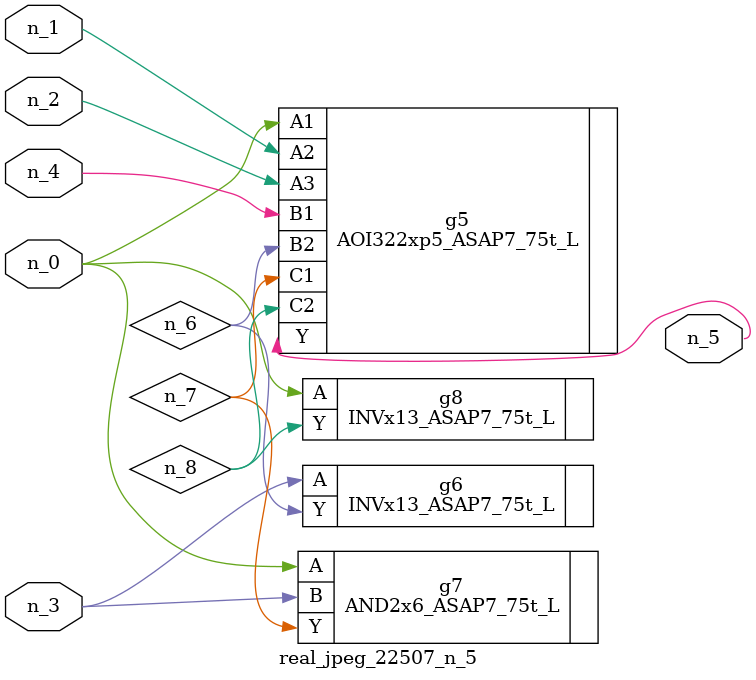
<source format=v>
module real_jpeg_22507_n_5 (n_4, n_0, n_1, n_2, n_3, n_5);

input n_4;
input n_0;
input n_1;
input n_2;
input n_3;

output n_5;

wire n_8;
wire n_6;
wire n_7;

AOI322xp5_ASAP7_75t_L g5 ( 
.A1(n_0),
.A2(n_1),
.A3(n_2),
.B1(n_4),
.B2(n_6),
.C1(n_7),
.C2(n_8),
.Y(n_5)
);

AND2x6_ASAP7_75t_L g7 ( 
.A(n_0),
.B(n_3),
.Y(n_7)
);

INVx13_ASAP7_75t_L g8 ( 
.A(n_0),
.Y(n_8)
);

INVx13_ASAP7_75t_L g6 ( 
.A(n_3),
.Y(n_6)
);


endmodule
</source>
